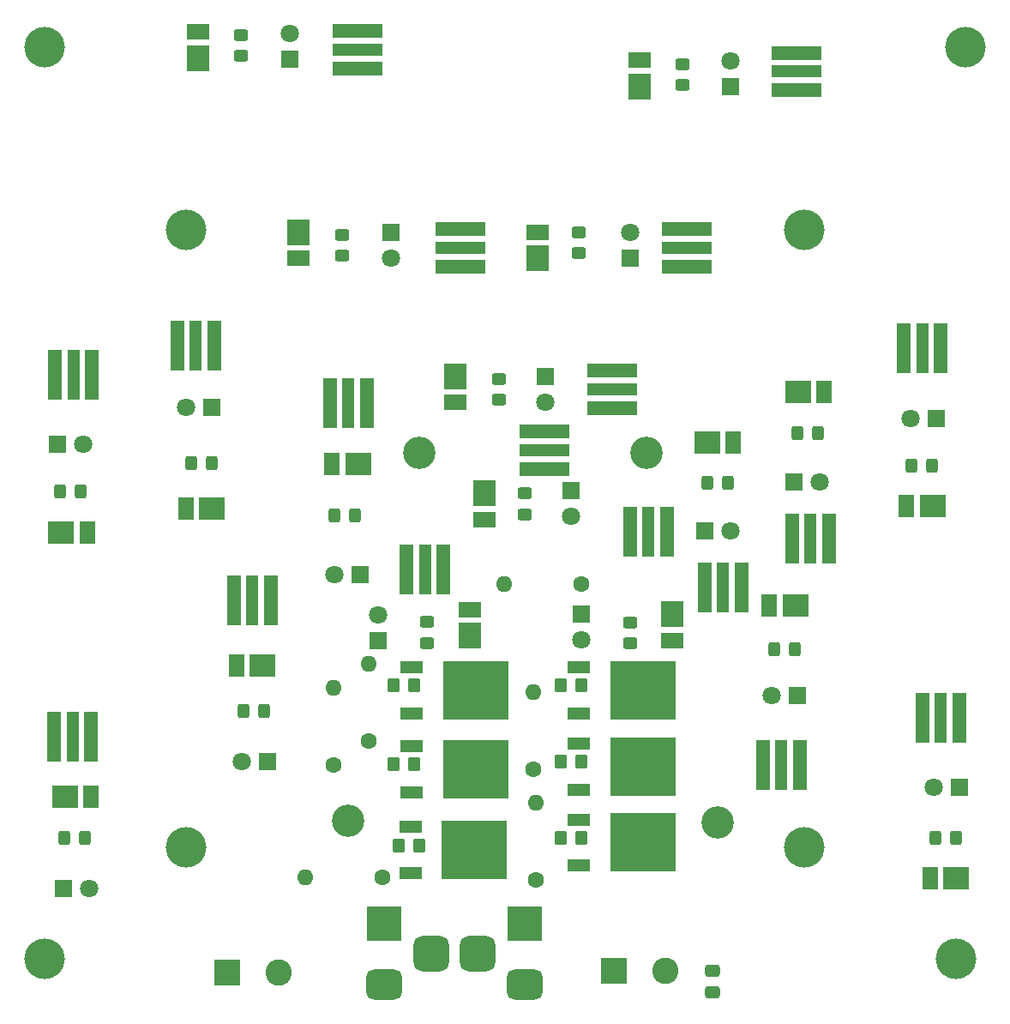
<source format=gbr>
%TF.GenerationSoftware,KiCad,Pcbnew,(6.0.11)*%
%TF.CreationDate,2023-05-28T11:24:04-05:00*%
%TF.ProjectId,LEDpanel,4c454470-616e-4656-9c2e-6b696361645f,rev?*%
%TF.SameCoordinates,Original*%
%TF.FileFunction,Soldermask,Top*%
%TF.FilePolarity,Negative*%
%FSLAX46Y46*%
G04 Gerber Fmt 4.6, Leading zero omitted, Abs format (unit mm)*
G04 Created by KiCad (PCBNEW (6.0.11)) date 2023-05-28 11:24:04*
%MOMM*%
%LPD*%
G01*
G04 APERTURE LIST*
G04 Aperture macros list*
%AMRoundRect*
0 Rectangle with rounded corners*
0 $1 Rounding radius*
0 $2 $3 $4 $5 $6 $7 $8 $9 X,Y pos of 4 corners*
0 Add a 4 corners polygon primitive as box body*
4,1,4,$2,$3,$4,$5,$6,$7,$8,$9,$2,$3,0*
0 Add four circle primitives for the rounded corners*
1,1,$1+$1,$2,$3*
1,1,$1+$1,$4,$5*
1,1,$1+$1,$6,$7*
1,1,$1+$1,$8,$9*
0 Add four rect primitives between the rounded corners*
20,1,$1+$1,$2,$3,$4,$5,0*
20,1,$1+$1,$4,$5,$6,$7,0*
20,1,$1+$1,$6,$7,$8,$9,0*
20,1,$1+$1,$8,$9,$2,$3,0*%
G04 Aperture macros list end*
%ADD10R,2.200000X1.200000*%
%ADD11R,6.400000X5.800000*%
%ADD12R,1.350000X5.000000*%
%ADD13R,1.300000X5.000000*%
%ADD14R,1.800000X1.800000*%
%ADD15C,1.800000*%
%ADD16RoundRect,0.250000X-0.325000X-0.450000X0.325000X-0.450000X0.325000X0.450000X-0.325000X0.450000X0*%
%ADD17R,5.000000X1.350000*%
%ADD18R,5.000000X1.300000*%
%ADD19R,3.500000X3.500000*%
%ADD20RoundRect,0.750000X1.000000X-0.750000X1.000000X0.750000X-1.000000X0.750000X-1.000000X-0.750000X0*%
%ADD21RoundRect,0.875000X0.875000X-0.875000X0.875000X0.875000X-0.875000X0.875000X-0.875000X-0.875000X0*%
%ADD22C,3.200000*%
%ADD23RoundRect,0.250000X-0.450000X0.325000X-0.450000X-0.325000X0.450000X-0.325000X0.450000X0.325000X0*%
%ADD24R,2.200000X2.500000*%
%ADD25R,2.200000X1.550000*%
%ADD26C,4.000000*%
%ADD27R,2.500000X2.200000*%
%ADD28R,1.550000X2.200000*%
%ADD29R,2.600000X2.600000*%
%ADD30C,2.600000*%
%ADD31RoundRect,0.250000X-0.350000X-0.450000X0.350000X-0.450000X0.350000X0.450000X-0.350000X0.450000X0*%
%ADD32RoundRect,0.250000X-0.475000X0.337500X-0.475000X-0.337500X0.475000X-0.337500X0.475000X0.337500X0*%
%ADD33RoundRect,0.250000X0.325000X0.450000X-0.325000X0.450000X-0.325000X-0.450000X0.325000X-0.450000X0*%
%ADD34RoundRect,0.250000X0.450000X-0.325000X0.450000X0.325000X-0.450000X0.325000X-0.450000X-0.325000X0*%
%ADD35C,1.600000*%
%ADD36O,1.600000X1.600000*%
G04 APERTURE END LIST*
D10*
%TO.C,U2*%
X66300000Y-98970000D03*
D11*
X72600000Y-101250000D03*
D10*
X66300000Y-103530000D03*
%TD*%
D12*
%TO.C,D63*%
X52371000Y-84582000D03*
X48721000Y-84582000D03*
D13*
X50546000Y-84582000D03*
%TD*%
D14*
%TO.C,D18*%
X54200000Y-31200000D03*
D15*
X54200000Y-28660000D03*
%TD*%
D16*
%TO.C,D32*%
X31975000Y-108000000D03*
X34025000Y-108000000D03*
%TD*%
D17*
%TO.C,D65*%
X86106000Y-61929000D03*
X86106000Y-65579000D03*
D18*
X86106000Y-63754000D03*
%TD*%
D19*
%TO.C,J1*%
X63542500Y-116500000D03*
D20*
X63542500Y-122500000D03*
D21*
X68242500Y-119500000D03*
%TD*%
D14*
%TO.C,D3*%
X120335000Y-103000000D03*
D15*
X117795000Y-103000000D03*
%TD*%
D22*
%TO.C,H2*%
X89500000Y-70000000D03*
%TD*%
D23*
%TO.C,D29*%
X77470000Y-74032000D03*
X77470000Y-76082000D03*
%TD*%
D17*
%TO.C,D58*%
X71120000Y-47959000D03*
X71120000Y-51609000D03*
D18*
X71120000Y-49784000D03*
%TD*%
D24*
%TO.C,D49*%
X88800000Y-33850000D03*
D25*
X88800000Y-31275000D03*
%TD*%
D14*
%TO.C,D9*%
X104394000Y-93980000D03*
D15*
X101854000Y-93980000D03*
%TD*%
D14*
%TO.C,D45*%
X63000000Y-88525000D03*
D15*
X63000000Y-85985000D03*
%TD*%
D26*
%TO.C,H11*%
X30000000Y-120000000D03*
%TD*%
D24*
%TO.C,D22*%
X78740000Y-50834000D03*
D25*
X78740000Y-48259000D03*
%TD*%
D12*
%TO.C,D60*%
X103839000Y-78486000D03*
X107489000Y-78486000D03*
D13*
X105664000Y-78486000D03*
%TD*%
D23*
%TO.C,D26*%
X74930000Y-62729000D03*
X74930000Y-64779000D03*
%TD*%
D24*
%TO.C,D25*%
X70612000Y-62450000D03*
D25*
X70612000Y-65025000D03*
%TD*%
D16*
%TO.C,D35*%
X104385000Y-68072000D03*
X106435000Y-68072000D03*
%TD*%
D10*
%TO.C,U4*%
X66300000Y-91220000D03*
D11*
X72600000Y-93500000D03*
D10*
X66300000Y-95780000D03*
%TD*%
D27*
%TO.C,D40*%
X95470000Y-69000000D03*
D28*
X98045000Y-69000000D03*
%TD*%
D24*
%TO.C,D13*%
X92000000Y-85950000D03*
D25*
X92000000Y-88525000D03*
%TD*%
D14*
%TO.C,D39*%
X52000000Y-100500000D03*
D15*
X49460000Y-100500000D03*
%TD*%
D10*
%TO.C,U1*%
X82800000Y-106220000D03*
D11*
X89100000Y-108500000D03*
D10*
X82800000Y-110780000D03*
%TD*%
D29*
%TO.C,J3*%
X48070000Y-121330000D03*
D30*
X53150000Y-121330000D03*
%TD*%
D31*
%TO.C,R3*%
X81000000Y-100500000D03*
X83000000Y-100500000D03*
%TD*%
D27*
%TO.C,D46*%
X31650000Y-77900000D03*
D28*
X34225000Y-77900000D03*
%TD*%
D27*
%TO.C,D37*%
X51550000Y-91000000D03*
D28*
X48975000Y-91000000D03*
%TD*%
D31*
%TO.C,R1*%
X81000000Y-108000000D03*
X83000000Y-108000000D03*
%TD*%
D32*
%TO.C,C1*%
X96000000Y-121200000D03*
X96000000Y-123275000D03*
%TD*%
D24*
%TO.C,D16*%
X45200000Y-31050000D03*
D25*
X45200000Y-28475000D03*
%TD*%
D31*
%TO.C,R4*%
X64500000Y-93000000D03*
X66500000Y-93000000D03*
%TD*%
D17*
%TO.C,D62*%
X93472000Y-51609000D03*
X93472000Y-47959000D03*
D18*
X93472000Y-49784000D03*
%TD*%
D16*
%TO.C,D47*%
X31575000Y-73800000D03*
X33625000Y-73800000D03*
%TD*%
D27*
%TO.C,D34*%
X104450000Y-64008000D03*
D28*
X107025000Y-64008000D03*
%TD*%
D33*
%TO.C,D38*%
X51695000Y-95500000D03*
X49645000Y-95500000D03*
%TD*%
D14*
%TO.C,D36*%
X104000000Y-72898000D03*
D15*
X106540000Y-72898000D03*
%TD*%
D16*
%TO.C,D41*%
X95495000Y-73000000D03*
X97545000Y-73000000D03*
%TD*%
D23*
%TO.C,D20*%
X59436000Y-48475000D03*
X59436000Y-50525000D03*
%TD*%
D33*
%TO.C,D11*%
X60715000Y-76200000D03*
X58665000Y-76200000D03*
%TD*%
D34*
%TO.C,D44*%
X67750000Y-88775000D03*
X67750000Y-86725000D03*
%TD*%
D26*
%TO.C,H12*%
X44000000Y-109000000D03*
%TD*%
D14*
%TO.C,D33*%
X31910000Y-113000000D03*
D15*
X34450000Y-113000000D03*
%TD*%
D35*
%TO.C,R9*%
X62000000Y-98500000D03*
D36*
X62000000Y-90880000D03*
%TD*%
D31*
%TO.C,R2*%
X64500000Y-100750000D03*
X66500000Y-100750000D03*
%TD*%
D35*
%TO.C,R10*%
X83060000Y-83000000D03*
D36*
X75440000Y-83000000D03*
%TD*%
D27*
%TO.C,D31*%
X32030000Y-104000000D03*
D28*
X34605000Y-104000000D03*
%TD*%
D12*
%TO.C,D56*%
X46783000Y-59436000D03*
X43133000Y-59436000D03*
D13*
X44958000Y-59436000D03*
%TD*%
D34*
%TO.C,D17*%
X49400000Y-30825000D03*
X49400000Y-28775000D03*
%TD*%
D35*
%TO.C,R12*%
X63375000Y-111900000D03*
D36*
X55755000Y-111900000D03*
%TD*%
D33*
%TO.C,D5*%
X46525000Y-71000000D03*
X44475000Y-71000000D03*
%TD*%
%TO.C,D53*%
X117675000Y-71250000D03*
X115625000Y-71250000D03*
%TD*%
D22*
%TO.C,H3*%
X60000000Y-106330000D03*
%TD*%
D24*
%TO.C,D28*%
X73500000Y-74007000D03*
D25*
X73500000Y-76582000D03*
%TD*%
D26*
%TO.C,H1*%
X105000000Y-48000000D03*
%TD*%
D27*
%TO.C,D7*%
X104174000Y-85090000D03*
D28*
X101599000Y-85090000D03*
%TD*%
D31*
%TO.C,R11*%
X65000000Y-108800000D03*
X67000000Y-108800000D03*
%TD*%
D34*
%TO.C,D23*%
X82804000Y-50301000D03*
X82804000Y-48251000D03*
%TD*%
D24*
%TO.C,D43*%
X72000000Y-88050000D03*
D25*
X72000000Y-85475000D03*
%TD*%
D22*
%TO.C,H10*%
X96500000Y-106500000D03*
%TD*%
D14*
%TO.C,D27*%
X79502000Y-62484000D03*
D15*
X79502000Y-65024000D03*
%TD*%
D26*
%TO.C,H9*%
X44000000Y-48000000D03*
%TD*%
D14*
%TO.C,D6*%
X46500000Y-65500000D03*
D15*
X43960000Y-65500000D03*
%TD*%
D33*
%TO.C,D2*%
X120025000Y-108000000D03*
X117975000Y-108000000D03*
%TD*%
D31*
%TO.C,R5*%
X81000000Y-93000000D03*
X83000000Y-93000000D03*
%TD*%
D27*
%TO.C,D1*%
X120050000Y-112000000D03*
D28*
X117475000Y-112000000D03*
%TD*%
D12*
%TO.C,D59*%
X30988000Y-98044000D03*
X34638000Y-98044000D03*
D13*
X32813000Y-98044000D03*
%TD*%
D14*
%TO.C,D12*%
X61214000Y-82042000D03*
D15*
X58674000Y-82042000D03*
%TD*%
D14*
%TO.C,D15*%
X83000000Y-85975000D03*
D15*
X83000000Y-88515000D03*
%TD*%
D35*
%TO.C,R6*%
X78525000Y-112150000D03*
D36*
X78525000Y-104530000D03*
%TD*%
D27*
%TO.C,D4*%
X46550000Y-75500000D03*
D28*
X43975000Y-75500000D03*
%TD*%
D27*
%TO.C,D10*%
X60994000Y-71120000D03*
D28*
X58419000Y-71120000D03*
%TD*%
D12*
%TO.C,D70*%
X31068000Y-62357000D03*
X34718000Y-62357000D03*
D13*
X32893000Y-62357000D03*
%TD*%
D14*
%TO.C,D51*%
X97725000Y-33875000D03*
D15*
X97725000Y-31335000D03*
%TD*%
D34*
%TO.C,D50*%
X93000000Y-33700000D03*
X93000000Y-31650000D03*
%TD*%
D27*
%TO.C,D52*%
X117700000Y-75250000D03*
D28*
X115125000Y-75250000D03*
%TD*%
D26*
%TO.C,H4*%
X30000000Y-30000000D03*
%TD*%
D14*
%TO.C,D21*%
X64262000Y-48260000D03*
D15*
X64262000Y-50800000D03*
%TD*%
D10*
%TO.C,U5*%
X82800000Y-91220000D03*
D11*
X89100000Y-93500000D03*
D10*
X82800000Y-95780000D03*
%TD*%
D26*
%TO.C,H7*%
X105000000Y-109000000D03*
%TD*%
D23*
%TO.C,D14*%
X87850000Y-86775000D03*
X87850000Y-88825000D03*
%TD*%
D12*
%TO.C,D55*%
X120350000Y-96200000D03*
X116700000Y-96200000D03*
D13*
X118525000Y-96200000D03*
%TD*%
D33*
%TO.C,D8*%
X104149000Y-89408000D03*
X102099000Y-89408000D03*
%TD*%
D12*
%TO.C,D61*%
X104599000Y-100838000D03*
X100949000Y-100838000D03*
D13*
X102774000Y-100838000D03*
%TD*%
D17*
%TO.C,D68*%
X79375000Y-71595000D03*
X79375000Y-67945000D03*
D18*
X79375000Y-69770000D03*
%TD*%
D12*
%TO.C,D66*%
X95203000Y-83312000D03*
X98853000Y-83312000D03*
D13*
X97028000Y-83312000D03*
%TD*%
D14*
%TO.C,D54*%
X118075000Y-66600000D03*
D15*
X115535000Y-66600000D03*
%TD*%
D14*
%TO.C,D42*%
X95250000Y-77724000D03*
D15*
X97790000Y-77724000D03*
%TD*%
D29*
%TO.C,SW1*%
X86205000Y-121185000D03*
D30*
X91285000Y-121185000D03*
%TD*%
D17*
%TO.C,D57*%
X60960000Y-32051000D03*
X60960000Y-28401000D03*
D18*
X60960000Y-30226000D03*
%TD*%
D12*
%TO.C,D64*%
X61849000Y-65151000D03*
X58199000Y-65151000D03*
D13*
X60024000Y-65151000D03*
%TD*%
D10*
%TO.C,U3*%
X82800000Y-98720000D03*
D11*
X89100000Y-101000000D03*
D10*
X82800000Y-103280000D03*
%TD*%
D14*
%TO.C,D30*%
X82000000Y-73787000D03*
D15*
X82000000Y-76327000D03*
%TD*%
D12*
%TO.C,D72*%
X118538000Y-59690000D03*
X114888000Y-59690000D03*
D13*
X116713000Y-59690000D03*
%TD*%
D12*
%TO.C,D69*%
X65786000Y-81534000D03*
X69436000Y-81534000D03*
D13*
X67611000Y-81534000D03*
%TD*%
D10*
%TO.C,U6*%
X66175000Y-106920000D03*
D11*
X72475000Y-109200000D03*
D10*
X66175000Y-111480000D03*
%TD*%
D26*
%TO.C,H5*%
X120000000Y-120000000D03*
%TD*%
D17*
%TO.C,D71*%
X104267000Y-34210000D03*
X104267000Y-30560000D03*
D18*
X104267000Y-32385000D03*
%TD*%
D35*
%TO.C,R7*%
X58600000Y-100800000D03*
D36*
X58600000Y-93180000D03*
%TD*%
D24*
%TO.C,D19*%
X55118000Y-48226000D03*
D25*
X55118000Y-50801000D03*
%TD*%
D35*
%TO.C,R8*%
X78250000Y-101250000D03*
D36*
X78250000Y-93630000D03*
%TD*%
D26*
%TO.C,H6*%
X121000000Y-30000000D03*
%TD*%
D14*
%TO.C,D48*%
X31300000Y-69200000D03*
D15*
X33840000Y-69200000D03*
%TD*%
D22*
%TO.C,H8*%
X67000000Y-70000000D03*
%TD*%
D14*
%TO.C,D24*%
X87884000Y-50800000D03*
D15*
X87884000Y-48260000D03*
%TD*%
D12*
%TO.C,D67*%
X87837000Y-77851000D03*
X91487000Y-77851000D03*
D13*
X89662000Y-77851000D03*
%TD*%
D19*
%TO.C,J2*%
X77457500Y-116500000D03*
D20*
X77457500Y-122500000D03*
D21*
X72757500Y-119500000D03*
%TD*%
M02*

</source>
